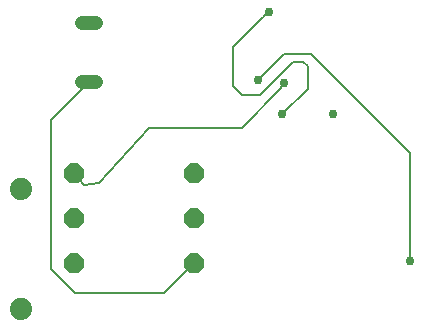
<source format=gbr>
G04 EAGLE Gerber RS-274X export*
G75*
%MOMM*%
%FSLAX34Y34*%
%LPD*%
%INBottom Copper*%
%IPPOS*%
%AMOC8*
5,1,8,0,0,1.08239X$1,22.5*%
G01*
%ADD10C,1.879600*%
%ADD11C,1.208000*%
%ADD12P,1.814519X8X22.500000*%
%ADD13P,1.814519X8X202.500000*%
%ADD14C,0.756400*%
%ADD15C,0.152400*%


D10*
X38100Y20320D03*
X38100Y121920D03*
D11*
X89210Y262490D02*
X101290Y262490D01*
X101290Y212490D02*
X89210Y212490D01*
D12*
X82550Y59690D03*
X184150Y59690D03*
D13*
X184150Y97790D03*
X82550Y97790D03*
D12*
X82550Y135890D03*
X184150Y135890D03*
D14*
X260350Y212090D03*
D15*
X257329Y206529D02*
X224790Y173990D01*
X146050Y173990D01*
X257329Y206529D02*
X260350Y212090D01*
X146050Y173990D02*
X104140Y127000D01*
X91440Y125730D01*
X82550Y135890D01*
D14*
X238760Y214630D03*
D15*
X260350Y236220D01*
X283210Y236220D01*
X367030Y152400D01*
D14*
X367030Y60960D03*
D15*
X367030Y152400D01*
D14*
X259080Y185420D03*
D15*
X240030Y201930D02*
X267970Y229870D01*
X240030Y201930D02*
X224790Y201930D01*
X217170Y209550D01*
X217170Y242570D02*
X242570Y267970D01*
X217170Y242570D02*
X217170Y209550D01*
D14*
X247650Y271780D03*
D15*
X242570Y267970D01*
X276860Y229870D02*
X280670Y226060D01*
X280670Y207010D02*
X259080Y185420D01*
X267970Y229870D02*
X276860Y229870D01*
X280670Y226060D02*
X280670Y207010D01*
X158750Y34290D02*
X83820Y34290D01*
X158750Y34290D02*
X184150Y59690D01*
X63500Y180740D02*
X95250Y212490D01*
X63500Y54610D02*
X83820Y34290D01*
X63500Y54610D02*
X63500Y180740D01*
D14*
X302260Y185420D03*
M02*

</source>
